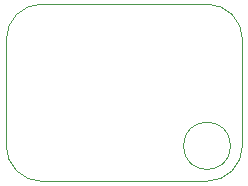
<source format=gbr>
%TF.GenerationSoftware,KiCad,Pcbnew,9.0.3*%
%TF.CreationDate,2025-08-14T00:03:22+08:00*%
%TF.ProjectId,IR_AC,49525f41-432e-46b6-9963-61645f706362,rev?*%
%TF.SameCoordinates,Original*%
%TF.FileFunction,Profile,NP*%
%FSLAX46Y46*%
G04 Gerber Fmt 4.6, Leading zero omitted, Abs format (unit mm)*
G04 Created by KiCad (PCBNEW 9.0.3) date 2025-08-14 00:03:22*
%MOMM*%
%LPD*%
G01*
G04 APERTURE LIST*
%TA.AperFunction,Profile*%
%ADD10C,0.050000*%
%TD*%
G04 APERTURE END LIST*
D10*
X154000000Y-107000000D02*
G75*
G02*
X150000000Y-107000000I-2000000J0D01*
G01*
X150000000Y-107000000D02*
G75*
G02*
X154000000Y-107000000I2000000J0D01*
G01*
X138000000Y-110000000D02*
G75*
G02*
X135000000Y-107000000I0J3000000D01*
G01*
X155000000Y-107000000D02*
G75*
G02*
X152000000Y-110000000I-3000000J0D01*
G01*
X135000000Y-98000000D02*
G75*
G02*
X138000000Y-95000000I3000000J0D01*
G01*
X152000000Y-95000000D02*
G75*
G02*
X155000000Y-98000000I0J-3000000D01*
G01*
X152000000Y-95000000D02*
X138000000Y-95000000D01*
X155000000Y-107000000D02*
X155000000Y-98000000D01*
X138000000Y-110000000D02*
X152000000Y-110000000D01*
X135000000Y-98000000D02*
X135000000Y-107000000D01*
M02*

</source>
